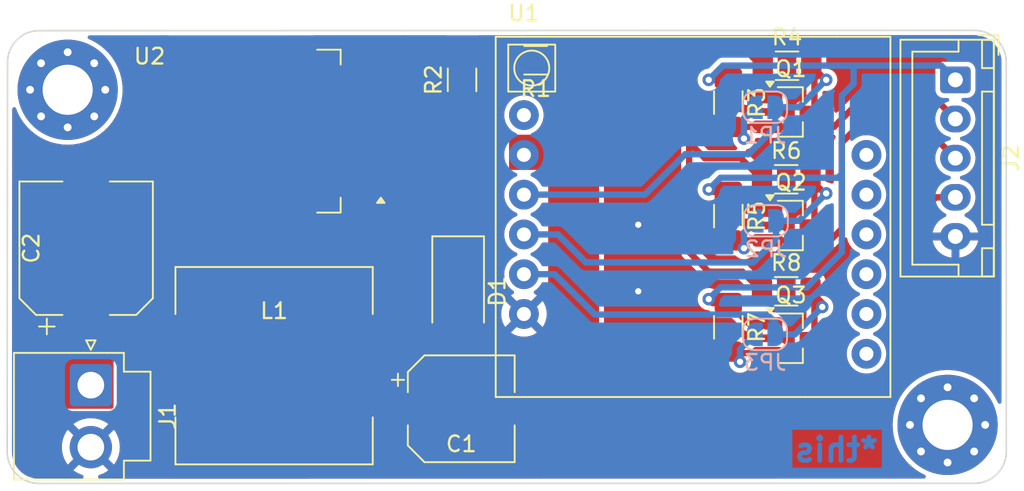
<source format=kicad_pcb>
(kicad_pcb (version 20240108) (generator "pcbnew") (generator_version "8.0")
  (layers (0 "F.Cu" signal) (31 "B.Cu" signal) (34 "B.Paste" user) (35 "F.Paste" user) (36 "B.SilkS" user "B.Silkscreen") (37 "F.SilkS" user "F.Silkscreen") (38 "B.Mask" user) (39 "F.Mask" user) (44 "Edge.Cuts" user))
  (net 0 "")
  (net 1 "GND")
  (net 2 "+4V")
  (net 3 "+12V")
  (net 4 "/RXD")
  (net 5 "+3V3")
  (net 6 "/RST")
  (net 7 "/TXD")
  (net 8 "/RST_H")
  (net 9 "/RXD_H")
  (net 10 "/TXD_H")
  (net 18 "Net-(U2-FB)")
  (net 19 "/Vo")
  (footprint "Resistor_SMD:R_1206_3216Metric_Pad1.30x1.75mm_HandSolder" (layer "F.Cu") (at 41.007 172.2314 90)
    (property "Reference" "R2" (at 0 -1.82 270) (layer "F.SilkS"))
    (property "Value" "R")
    (fp_line (start -0.727064 -0.91) (end 0.727064 -0.91) (stroke (width 0.12)) (layer "F.SilkS"))
    (fp_line (start -0.727064 0.91) (end 0.727064 0.91) (stroke (width 0.12)) (layer "F.SilkS"))
    (pad "1" smd roundrect (at -1.55 0 90) (size 1.3 1.75) (layers "F.Cu" "F.Paste" "F.Mask") (roundrect_rratio 0.192308) (net 18 "Net-(U2-FB)"))
    (pad "2" smd roundrect (at 1.55 0 90) (size 1.3 1.75) (layers "F.Cu" "F.Paste" "F.Mask") (roundrect_rratio 0.192308) (net 1 "GND"))
  )
  (footprint "Resistor_SMD:R_1206_3216Metric_Pad1.30x1.75mm_HandSolder" (layer "F.Cu") (at 58.007 188.0314 -90)
    (property "Reference" "R7" (at 0 -1.82 90) (layer "F.SilkS"))
    (property "Value" "10k")
    (fp_line (start -0.727064 0.91) (end 0.727064 0.91) (stroke (width 0.12)) (layer "F.SilkS"))
    (fp_line (start -0.727064 -0.91) (end 0.727064 -0.91) (stroke (width 0.12)) (layer "F.SilkS"))
    (pad "1" smd roundrect (at -1.55 0 270) (size 1.3 1.75) (layers "F.Cu" "F.Paste" "F.Mask") (roundrect_rratio 0.192308) (net 5 "+3V3"))
    (pad "2" smd roundrect (at 1.55 0 270) (size 1.3 1.75) (layers "F.Cu" "F.Paste" "F.Mask") (roundrect_rratio 0.192308) (net 7 "/TXD"))
  )
  (footprint "Package_TO_SOT_SMD:SOT-23_Handsoldering" (layer "F.Cu") (at 62.007 174.2814)
    (property "Reference" "Q1" (at 0 -2.75 0) (layer "F.SilkS"))
    (property "Value" "2N7002")
    (fp_line (start -0.04 -1.58) (end -0.84 -1.58) (stroke (width 0.12)) (layer "F.SilkS"))
    (fp_line (start -0.04 -1.58) (end 0.76 -1.58) (stroke (width 0.12)) (layer "F.SilkS"))
    (fp_line (start 0.76 -1.58) (end 0.76 -0.65) (stroke (width 0.12)) (layer "F.SilkS"))
    (fp_line (start 0.76 1.58) (end -0.7 1.58) (stroke (width 0.12)) (layer "F.SilkS"))
    (fp_line (start 0.76 1.58) (end 0.76 0.65) (stroke (width 0.12)) (layer "F.SilkS"))
    (fp_poly (pts (xy -1.34 -1.61) (xy -1.58 -1.94) (xy -1.1 -1.94) (xy -1.34 -1.61)) (stroke (width 0.12)) (fill solid) (layer "F.SilkS"))
    (pad "1" smd roundrect (at -1.5 -0.95) (size 1.9 0.8) (layers "F.Cu" "F.Paste" "F.Mask") (net 5 "+3V3"))
    (pad "2" smd roundrect (at -1.5 0.95) (size 1.9 0.8) (layers "F.Cu" "F.Paste" "F.Mask") (net 6 "/RST"))
    (pad "3" smd roundrect (at 1.5 0) (size 1.9 0.8) (layers "F.Cu" "F.Paste" "F.Mask") (net 8 "/RST_H"))
  )
  (footprint "Resistor_SMD:R_1206_3216Metric_Pad1.30x1.75mm_HandSolder" (layer "F.Cu") (at 61.707 178.5814)
    (property "Reference" "R6" (at 0 -1.82 0) (layer "F.SilkS"))
    (property "Value" "10k")
    (fp_line (start -0.727064 -0.91) (end 0.727064 -0.91) (stroke (width 0.12)) (layer "F.SilkS"))
    (fp_line (start -0.727064 0.91) (end 0.727064 0.91) (stroke (width 0.12)) (layer "F.SilkS"))
    (pad "1" smd roundrect (at -1.55 0) (size 1.3 1.75) (layers "F.Cu" "F.Paste" "F.Mask") (roundrect_rratio 0.192308) (net 2 "+4V"))
    (pad "2" smd roundrect (at 1.55 0) (size 1.3 1.75) (layers "F.Cu" "F.Paste" "F.Mask") (roundrect_rratio 0.192308) (net 9 "/RXD_H"))
  )
  (footprint "Resistor_SMD:R_1206_3216Metric_Pad1.30x1.75mm_HandSolder" (layer "F.Cu") (at 58.007 180.9314 -90)
    (property "Reference" "R5" (at 0 -1.82 90) (layer "F.SilkS"))
    (property "Value" "10k")
    (fp_line (start -0.727064 0.91) (end 0.727064 0.91) (stroke (width 0.12)) (layer "F.SilkS"))
    (fp_line (start -0.727064 -0.91) (end 0.727064 -0.91) (stroke (width 0.12)) (layer "F.SilkS"))
    (pad "1" smd roundrect (at -1.55 0 270) (size 1.3 1.75) (layers "F.Cu" "F.Paste" "F.Mask") (roundrect_rratio 0.192308) (net 5 "+3V3"))
    (pad "2" smd roundrect (at 1.55 0 270) (size 1.3 1.75) (layers "F.Cu" "F.Paste" "F.Mask") (roundrect_rratio 0.192308) (net 4 "/RXD"))
  )
  (footprint "MountingHole:MountingHole_3.2mm_M3_Pad_Via" (layer "F.Cu") (at 72.007 194.261761)
    (property "Reference" "REF**" (hide yes))
    (property "Value" "MountingHole_3.2mm_M3_Pad_Via" (hide yes))
    (pad "1" thru_hole circle (at -2.4 0) (size 0.8 0.8) (drill 0.5) (layers "*.Cu" "*.Mask"))
    (pad "1" thru_hole circle (at -1.697056 -1.697056) (size 0.8 0.8) (drill 0.5) (layers "*.Cu" "*.Mask"))
    (pad "1" thru_hole circle (at -1.697056 1.697056) (size 0.8 0.8) (drill 0.5) (layers "*.Cu" "*.Mask"))
    (pad "1" thru_hole circle (at 0 -2.4) (size 0.8 0.8) (drill 0.5) (layers "*.Cu" "*.Mask"))
    (pad "1" thru_hole circle (at 0 0) (size 6.4 6.4) (drill 3.2) (layers "*.Cu" "*.Mask"))
    (pad "1" thru_hole circle (at 0 2.4) (size 0.8 0.8) (drill 0.5) (layers "*.Cu" "*.Mask"))
    (pad "1" thru_hole circle (at 1.697056 -1.697056) (size 0.8 0.8) (drill 0.5) (layers "*.Cu" "*.Mask"))
    (pad "1" thru_hole circle (at 1.697056 1.697056) (size 0.8 0.8) (drill 0.5) (layers "*.Cu" "*.Mask"))
    (pad "1" thru_hole circle (at 2.4 0) (size 0.8 0.8) (drill 0.5) (layers "*.Cu" "*.Mask"))
  )
  (footprint "MountingHole:MountingHole_3.2mm_M3_Pad_Via" (layer "F.Cu") (at 15.827233 172.866074)
    (property "Reference" "REF**" (hide yes))
    (property "Value" "MountingHole_3.2mm_M3_Pad_Via" (hide yes))
    (pad "1" thru_hole circle (at -2.4 0) (size 0.8 0.8) (drill 0.5) (layers "*.Cu" "*.Mask"))
    (pad "1" thru_hole circle (at -1.697056 -1.697056) (size 0.8 0.8) (drill 0.5) (layers "*.Cu" "*.Mask"))
    (pad "1" thru_hole circle (at -1.697056 1.697056) (size 0.8 0.8) (drill 0.5) (layers "*.Cu" "*.Mask"))
    (pad "1" thru_hole circle (at 0 -2.4) (size 0.8 0.8) (drill 0.5) (layers "*.Cu" "*.Mask"))
    (pad "1" thru_hole circle (at 0 0) (size 6.4 6.4) (drill 3.2) (layers "*.Cu" "*.Mask"))
    (pad "1" thru_hole circle (at 0 2.4) (size 0.8 0.8) (drill 0.5) (layers "*.Cu" "*.Mask"))
    (pad "1" thru_hole circle (at 1.697056 -1.697056) (size 0.8 0.8) (drill 0.5) (layers "*.Cu" "*.Mask"))
    (pad "1" thru_hole circle (at 1.697056 1.697056) (size 0.8 0.8) (drill 0.5) (layers "*.Cu" "*.Mask"))
    (pad "1" thru_hole circle (at 2.4 0) (size 0.8 0.8) (drill 0.5) (layers "*.Cu" "*.Mask"))
  )
  (footprint "Resistor_SMD:R_1206_3216Metric_Pad1.30x1.75mm_HandSolder" (layer "F.Cu") (at 61.707 185.7314)
    (property "Reference" "R8" (at 0 -1.82 0) (layer "F.SilkS"))
    (property "Value" "10k")
    (fp_line (start -0.727064 -0.91) (end 0.727064 -0.91) (stroke (width 0.12)) (layer "F.SilkS"))
    (fp_line (start -0.727064 0.91) (end 0.727064 0.91) (stroke (width 0.12)) (layer "F.SilkS"))
    (pad "1" smd roundrect (at -1.55 0) (size 1.3 1.75) (layers "F.Cu" "F.Paste" "F.Mask") (roundrect_rratio 0.192308) (net 2 "+4V"))
    (pad "2" smd roundrect (at 1.55 0) (size 1.3 1.75) (layers "F.Cu" "F.Paste" "F.Mask") (roundrect_rratio 0.192308) (net 10 "/TXD_H"))
  )
  (footprint "Resistor_SMD:R_1206_3216Metric_Pad1.30x1.75mm_HandSolder" (layer "F.Cu") (at 61.757 171.3314)
    (property "Reference" "R4" (at 0 -1.82 0) (layer "F.SilkS"))
    (property "Value" "10k")
    (fp_line (start -0.727064 -0.91) (end 0.727064 -0.91) (stroke (width 0.12)) (layer "F.SilkS"))
    (fp_line (start -0.727064 0.91) (end 0.727064 0.91) (stroke (width 0.12)) (layer "F.SilkS"))
    (pad "1" smd roundrect (at -1.55 0) (size 1.3 1.75) (layers "F.Cu" "F.Paste" "F.Mask") (roundrect_rratio 0.192308) (net 2 "+4V"))
    (pad "2" smd roundrect (at 1.55 0) (size 1.3 1.75) (layers "F.Cu" "F.Paste" "F.Mask") (roundrect_rratio 0.192308) (net 8 "/RST_H"))
  )
  (footprint "Connector_JST:JST_VH_B2P-VH_1x02_P3.96mm_Vertical" (layer "F.Cu") (at 17.307 191.7239 -90)
    (property "Reference" "J1" (at 1.98 -4.9 90) (layer "F.SilkS"))
    (property "Value" "Power")
    (fp_line (start -2.06 4.91) (end -2.06 -2.11) (stroke (width 0.12)) (layer "F.SilkS"))
    (fp_line (start 6.02 4.91) (end -2.06 4.91) (stroke (width 0.12)) (layer "F.SilkS"))
    (fp_line (start -2.86 0.3) (end -2.86 -0.3) (stroke (width 0.12)) (layer "F.SilkS"))
    (fp_line (start -2.26 0) (end -2.86 0.3) (stroke (width 0.12)) (layer "F.SilkS"))
    (fp_line (start -2.86 -0.3) (end -2.26 0) (stroke (width 0.12)) (layer "F.SilkS"))
    (fp_line (start -2.06 -2.11) (end -0.86 -2.11) (stroke (width 0.12)) (layer "F.SilkS"))
    (fp_line (start -0.86 -2.11) (end -0.86 -3.81) (stroke (width 0.12)) (layer "F.SilkS"))
    (fp_line (start 4.82 -2.11) (end 6.02 -2.11) (stroke (width 0.12)) (layer "F.SilkS"))
    (fp_line (start 6.02 -2.11) (end 6.02 4.91) (stroke (width 0.12)) (layer "F.SilkS"))
    (fp_line (start -0.86 -3.81) (end 4.82 -3.81) (stroke (width 0.12)) (layer "F.SilkS"))
    (fp_line (start 4.82 -3.81) (end 4.82 -2.11) (stroke (width 0.12)) (layer "F.SilkS"))
    (pad "1" thru_hole roundrect (at 0 0 270) (size 2.7 2.7) (drill 1.7) (layers "*.Cu" "*.Mask") (roundrect_rratio 0.092593) (net 3 "+12V"))
    (pad "2" thru_hole circle (at 3.96 0 270) (size 2.7 2.7) (drill 1.7) (layers "*.Cu" "*.Mask") (net 1 "GND"))
  )
  (footprint "Package_TO_SOT_SMD:SOT-23_Handsoldering" (layer "F.Cu") (at 62.007 188.7314)
    (property "Reference" "Q3" (at 0 -2.75 0) (layer "F.SilkS"))
    (property "Value" "2N7002")
    (fp_line (start -0.04 -1.58) (end -0.84 -1.58) (stroke (width 0.12)) (layer "F.SilkS"))
    (fp_line (start -0.04 -1.58) (end 0.76 -1.58) (stroke (width 0.12)) (layer "F.SilkS"))
    (fp_line (start 0.76 -1.58) (end 0.76 -0.65) (stroke (width 0.12)) (layer "F.SilkS"))
    (fp_line (start 0.76 1.58) (end -0.7 1.58) (stroke (width 0.12)) (layer "F.SilkS"))
    (fp_line (start 0.76 1.58) (end 0.76 0.65) (stroke (width 0.12)) (layer "F.SilkS"))
    (fp_poly (pts (xy -1.34 -1.61) (xy -1.58 -1.94) (xy -1.1 -1.94) (xy -1.34 -1.61)) (stroke (width 0.12)) (fill solid) (layer "F.SilkS"))
    (pad "1" smd roundrect (at -1.5 -0.95) (size 1.9 0.8) (layers "F.Cu" "F.Paste" "F.Mask") (net 5 "+3V3"))
    (pad "2" smd roundrect (at -1.5 0.95) (size 1.9 0.8) (layers "F.Cu" "F.Paste" "F.Mask") (net 7 "/TXD"))
    (pad "3" smd roundrect (at 1.5 0) (size 1.9 0.8) (layers "F.Cu" "F.Paste" "F.Mask") (net 10 "/TXD_H"))
  )
  (footprint "Inductor_SMD:L_12x12mm_H8mm" (layer "F.Cu") (at 29.007 190.4814)
    (property "Reference" "L1" (at 0 -3.5 360) (layer "F.SilkS"))
    (property "Value" "68u")
    (fp_line (start -6.3 -6.3) (end 6.3 -6.3) (stroke (width 0.12)) (layer "F.SilkS"))
    (fp_line (start -6.3 -3.3) (end -6.3 -6.3) (stroke (width 0.12)) (layer "F.SilkS"))
    (fp_line (start -6.3 6.3) (end -6.3 3.3) (stroke (width 0.12)) (layer "F.SilkS"))
    (fp_line (start 6.3 -6.3) (end 6.3 -3.3) (stroke (width 0.12)) (layer "F.SilkS"))
    (fp_line (start 6.3 3.3) (end 6.3 6.3) (stroke (width 0.12)) (layer "F.SilkS"))
    (fp_line (start 6.3 6.3) (end -6.3 6.3) (stroke (width 0.12)) (layer "F.SilkS"))
    (pad "1" smd rect (at -4.95 0) (size 2.9 5.4) (layers "F.Cu" "F.Paste" "F.Mask") (net 19 "/Vo"))
    (pad "2" smd rect (at 4.95 0) (size 2.9 5.4) (layers "F.Cu" "F.Paste" "F.Mask") (net 2 "+4V"))
  )
  (footprint "Package_TO_SOT_SMD:TO-263-5_TabPin3" (layer "F.Cu") (at 28.432 175.5064 180)
    (property "Reference" "U2" (at 7.375 4.775 180) (layer "F.SilkS"))
    (property "Value" "LM2596S-ADJ")
    (fp_line (start -3.325 5.2) (end -4.825 5.2) (stroke (width 0.12)) (layer "F.SilkS"))
    (fp_line (start -3.325 -5.2) (end -4.825 -5.2) (stroke (width 0.12)) (layer "F.SilkS"))
    (fp_line (start -4.825 5.2) (end -4.825 4.25) (stroke (width 0.12)) (layer "F.SilkS"))
    (fp_line (start -4.825 -5.2) (end -4.825 -4.25) (stroke (width 0.12)) (layer "F.SilkS"))
    (fp_poly (pts (xy -7.3875 -4.25) (xy -7.6275 -4.58) (xy -7.1475 -4.58) (xy -7.3875 -4.25)) (stroke (width 0.12)) (fill solid) (layer "F.SilkS"))
    (pad "1" smd roundrect (at -7.65 -3.4 180) (size 4.6 1.1) (layers "F.Cu" "F.Paste" "F.Mask") (roundrect_rratio 0.227273) (net 3 "+12V"))
    (pad "2" smd roundrect (at -7.65 -1.7 180) (size 4.6 1.1) (layers "F.Cu" "F.Paste" "F.Mask") (roundrect_rratio 0.227273) (net 19 "/Vo"))
    (pad "3" smd roundrect (at -7.65 0 180) (size 4.6 1.1) (layers "F.Cu" "F.Paste" "F.Mask") (roundrect_rratio 0.227273) (net 1 "GND"))
    (pad "3" smd roundrect (at -0.925 -2.775 180) (size 4.55 5.25) (layers "F.Cu" "F.Paste") (roundrect_rratio 0.054945) (net 1 "GND"))
    (pad "3" smd roundrect (at -0.925 2.775 180) (size 4.55 5.25) (layers "F.Cu" "F.Paste") (roundrect_rratio 0.054945) (net 1 "GND"))
    (pad "3" smd roundrect (at 1.5 0 180) (size 9.4 10.8) (layers "F.Cu" "F.Mask") (roundrect_rratio 0.026596) (net 1 "GND"))
    (pad "3" smd roundrect (at 3.925 -2.775 180) (size 4.55 5.25) (layers "F.Cu" "F.Paste") (roundrect_rratio 0.054945) (net 1 "GND"))
    (pad "3" smd roundrect (at 3.925 2.775 180) (size 4.55 5.25) (layers "F.Cu" "F.Paste") (roundrect_rratio 0.054945) (net 1 "GND"))
    (pad "4" smd roundrect (at -7.65 1.7 180) (size 4.6 1.1) (layers "F.Cu" "F.Paste" "F.Mask") (roundrect_rratio 0.227273) (net 18 "Net-(U2-FB)"))
    (pad "5" smd roundrect (at -7.65 3.4 180) (size 4.6 1.1) (layers "F.Cu" "F.Paste" "F.Mask") (roundrect_rratio 0.227273) (net 1 "GND"))
  )
  (footprint "Diode_SMD:D_SMA" (layer "F.Cu") (at 40.757 185.7314 -90)
    (property "Reference" "D1" (at 0 -2.5 90) (layer "F.SilkS"))
    (property "Value" "SS34")
    (fp_line (start -3.51 1.65) (end 2 1.65) (stroke (width 0.12)) (layer "F.SilkS"))
    (fp_line (start -3.51 -1.65) (end -3.51 1.65) (stroke (width 0.12)) (layer "F.SilkS"))
    (fp_line (start -3.51 -1.65) (end 2 -1.65) (stroke (width 0.12)) (layer "F.SilkS"))
    (pad "1" smd roundrect (at -2 0 270) (size 2.5 1.8) (layers "F.Cu" "F.Paste" "F.Mask") (roundrect_rratio 0.1388888889) (net 19 "/Vo"))
    (pad "2" smd roundrect (at 2 0 270) (size 2.5 1.8) (layers "F.Cu" "F.Paste" "F.Mask") (roundrect_rratio 0.1388888889) (net 1 "GND"))
  )
  (footprint "Connector_JST:JST_XH_B5B-XH-A_1x05_P2.50mm_Vertical" (layer "F.Cu") (at 72.507 172.2314 -90)
    (property "Reference" "J2" (at 5 -3.55 90) (layer "F.SilkS"))
    (property "Value" "Serial")
    (fp_line (start -2.56 3.51) (end 12.56 3.51) (stroke (width 0.12)) (layer "F.SilkS"))
    (fp_line (start 12.56 3.51) (end 12.56 -2.46) (stroke (width 0.12)) (layer "F.SilkS"))
    (fp_line (start -1.8 2.75) (end 5 2.75) (stroke (width 0.12)) (layer "F.SilkS"))
    (fp_line (start 11.8 2.75) (end 5 2.75) (stroke (width 0.12)) (layer "F.SilkS"))
    (fp_line (start -2.55 -0.2) (end -1.8 -0.2) (stroke (width 0.12)) (layer "F.SilkS"))
    (fp_line (start -1.8 -0.2) (end -1.8 2.75) (stroke (width 0.12)) (layer "F.SilkS"))
    (fp_line (start 11.8 -0.2) (end 11.8 2.75) (stroke (width 0.12)) (layer "F.SilkS"))
    (fp_line (start 12.55 -0.2) (end 11.8 -0.2) (stroke (width 0.12)) (layer "F.SilkS"))
    (fp_line (start -2.55 -1.7) (end -0.75 -1.7) (stroke (width 0.12)) (layer "F.SilkS"))
    (fp_line (start -0.75 -1.7) (end -0.75 -2.45) (stroke (width 0.12)) (layer "F.SilkS"))
    (fp_line (start 0.75 -1.7) (end 9.25 -1.7) (stroke (width 0.12)) (layer "F.SilkS"))
    (fp_line (start 9.25 -1.7) (end 9.25 -2.45) (stroke (width 0.12)) (layer "F.SilkS"))
    (fp_line (start 10.75 -1.7) (end 12.55 -1.7) (stroke (width 0.12)) (layer "F.SilkS"))
    (fp_line (start 12.55 -1.7) (end 12.55 -2.45) (stroke (width 0.12)) (layer "F.SilkS"))
    (fp_line (start -2.55 -2.45) (end -2.55 -1.7) (stroke (width 0.12)) (layer "F.SilkS"))
    (fp_line (start -0.75 -2.45) (end -2.55 -2.45) (stroke (width 0.12)) (layer "F.SilkS"))
    (fp_line (start 0.75 -2.45) (end 0.75 -1.7) (stroke (width 0.12)) (layer "F.SilkS"))
    (fp_line (start 9.25 -2.45) (end 0.75 -2.45) (stroke (width 0.12)) (layer "F.SilkS"))
    (fp_line (start 10.75 -2.45) (end 10.75 -1.7) (stroke (width 0.12)) (layer "F.SilkS"))
    (fp_line (start 12.55 -2.45) (end 10.75 -2.45) (stroke (width 0.12)) (layer "F.SilkS"))
    (fp_line (start -2.56 -2.46) (end -2.56 3.51) (stroke (width 0.12)) (layer "F.SilkS"))
    (fp_line (start 12.56 -2.46) (end -2.56 -2.46) (stroke (width 0.12)) (layer "F.SilkS"))
    (fp_line (start -2.85 -2.75) (end -2.85 -1.5) (stroke (width 0.12)) (layer "F.SilkS"))
    (fp_line (start -1.6 -2.75) (end -2.85 -2.75) (stroke (width 0.12)) (layer "F.SilkS"))
    (pad "1" thru_hole roundrect (at 0 0 270) (size 1.7 1.95) (drill 0.95) (layers "*.Cu" "*.Mask") (roundrect_rratio 0.147059) (net 5 "+3V3"))
    (pad "2" thru_hole oval (at 2.5 0 270) (size 1.7 1.95) (drill 0.95) (layers "*.Cu" "*.Mask") (net 6 "/RST"))
    (pad "3" thru_hole oval (at 5 0 270) (size 1.7 1.95) (drill 0.95) (layers "*.Cu" "*.Mask") (net 4 "/RXD"))
    (pad "4" thru_hole oval (at 7.5 0 270) (size 1.7 1.95) (drill 0.95) (layers "*.Cu" "*.Mask") (net 7 "/TXD"))
    (pad "5" thru_hole oval (at 10 0 270) (size 1.7 1.95) (drill 0.95) (layers "*.Cu" "*.Mask") (net 1 "GND"))
  )
  (footprint "Package_TO_SOT_SMD:SOT-23_Handsoldering" (layer "F.Cu") (at 62.007 181.5314)
    (property "Reference" "Q2" (at 0 -2.75 0) (layer "F.SilkS"))
    (property "Value" "2N7002")
    (fp_line (start -0.04 -1.58) (end -0.84 -1.58) (stroke (width 0.12)) (layer "F.SilkS"))
    (fp_line (start -0.04 -1.58) (end 0.76 -1.58) (stroke (width 0.12)) (layer "F.SilkS"))
    (fp_line (start 0.76 -1.58) (end 0.76 -0.65) (stroke (width 0.12)) (layer "F.SilkS"))
    (fp_line (start 0.76 1.58) (end -0.7 1.58) (stroke (width 0.12)) (layer "F.SilkS"))
    (fp_line (start 0.76 1.58) (end 0.76 0.65) (stroke (width 0.12)) (layer "F.SilkS"))
    (fp_poly (pts (xy -1.34 -1.61) (xy -1.58 -1.94) (xy -1.1 -1.94) (xy -1.34 -1.61)) (stroke (width 0.12)) (fill solid) (layer "F.SilkS"))
    (pad "1" smd roundrect (at -1.5 -0.95) (size 1.9 0.8) (layers "F.Cu" "F.Paste" "F.Mask") (net 5 "+3V3"))
    (pad "2" smd roundrect (at -1.5 0.95) (size 1.9 0.8) (layers "F.Cu" "F.Paste" "F.Mask") (net 4 "/RXD"))
    (pad "3" smd roundrect (at 1.5 0) (size 1.9 0.8) (layers "F.Cu" "F.Paste" "F.Mask") (net 9 "/RXD_H"))
  )
  (footprint "Resistor_SMD:R_1206_3216Metric_Pad1.30x1.75mm_HandSolder" (layer "F.Cu") (at 58.007 173.6814 -90)
    (property "Reference" "R3" (at 0 -1.82 90) (layer "F.SilkS"))
    (property "Value" "10k")
    (fp_line (start -0.727064 0.91) (end 0.727064 0.91) (stroke (width 0.12)) (layer "F.SilkS"))
    (fp_line (start -0.727064 -0.91) (end 0.727064 -0.91) (stroke (width 0.12)) (layer "F.SilkS"))
    (pad "1" smd roundrect (at -1.55 0 270) (size 1.3 1.75) (layers "F.Cu" "F.Paste" "F.Mask") (roundrect_rratio 0.192308) (net 5 "+3V3"))
    (pad "2" smd roundrect (at 1.55 0 270) (size 1.3 1.75) (layers "F.Cu" "F.Paste" "F.Mask") (roundrect_rratio 0.192308) (net 6 "/RST"))
  )
  (footprint "Capacitor_SMD:CP_Elec_8x10" (layer "F.Cu") (at 17.007 182.9814 90)
    (property "Reference" "C2" (at 0 -3.5 270) (layer "F.SilkS"))
    (property "Value" "470u / 16V")
    (fp_line (start 4.26 -4.26) (end 4.26 -1.51) (stroke (width 0.12)) (layer "F.SilkS"))
    (fp_line (start -3.195563 -4.26) (end 4.26 -4.26) (stroke (width 0.12)) (layer "F.SilkS"))
    (fp_line (start -4.26 -3.195563) (end -3.195563 -4.26) (stroke (width 0.12)) (layer "F.SilkS"))
    (fp_line (start -4.26 -3.195563) (end -4.26 -1.51) (stroke (width 0.12)) (layer "F.SilkS"))
    (fp_line (start -5 -3.01) (end -5 -2.01) (stroke (width 0.12)) (layer "F.SilkS"))
    (fp_line (start -5.5 -2.51) (end -4.5 -2.51) (stroke (width 0.12)) (layer "F.SilkS"))
    (fp_line (start -4.26 3.195563) (end -4.26 1.51) (stroke (width 0.12)) (layer "F.SilkS"))
    (fp_line (start -4.26 3.195563) (end -3.195563 4.26) (stroke (width 0.12)) (layer "F.SilkS"))
    (fp_line (start 4.26 4.26) (end 4.26 1.51) (stroke (width 0.12)) (layer "F.SilkS"))
    (fp_line (start -3.195563 4.26) (end 4.26 4.26) (stroke (width 0.12)) (layer "F.SilkS"))
    (pad "1" smd roundrect (at -3.25 0 90) (size 3.5 2.5) (layers "F.Cu" "F.Paste" "F.Mask") (roundrect_rratio 0.1) (net 3 "+12V"))
    (pad "2" smd roundrect (at 3.25 0 90) (size 3.5 2.5) (layers "F.Cu" "F.Paste" "F.Mask") (roundrect_rratio 0.1) (net 1 "GND"))
  )
  (footprint "kicad-sim800l:SIM800L-CORE" (layer "F.Cu") (at 44.957 174.4814)
    (property "Reference" "U1" (at 0 -6.5 0) (layer "F.SilkS"))
    (property "Value" "SIM800L-CORE")
    (fp_line (start -1.8 10.8) (end -1.8 -5) (stroke (width 0.12)) (layer "F.SilkS"))
    (fp_line (start -1.8 10.8) (end -1.8 18) (stroke (width 0.12)) (layer "F.SilkS"))
    (fp_line (start -1.8 18) (end 0 18) (stroke (width 0.12)) (layer "F.SilkS"))
    (fp_line (start 0 -5) (end -1.8 -5) (stroke (width 0.12)) (layer "F.SilkS"))
    (fp_line (start 0 -5) (end 20 -5) (stroke (width 0.12)) (layer "F.SilkS"))
    (fp_line (start 0 18) (end 18 18) (stroke (width 0.12)) (layer "F.SilkS"))
    (fp_line (start 18 18) (end 23.4 18) (stroke (width 0.12)) (layer "F.SilkS"))
    (fp_line (start 20 -5) (end 23 -5) (stroke (width 0.12)) (layer "F.SilkS"))
    (fp_line (start 23.4 -5) (end 23 -5) (stroke (width 0.12)) (layer "F.SilkS"))
    (fp_line (start 23.4 18) (end 23.4 -5) (stroke (width 0.12)) (layer "F.SilkS"))
    (fp_rect (start -1 -4.5) (end 2 -1.5) (stroke (width 0.12)) (fill none) (layer "F.SilkS"))
    (fp_circle (center 0.5 -3) (end 1.5 -2.5) (stroke (width 0.12)) (fill none) (layer "F.SilkS"))
    (pad "1" thru_hole circle (at 0 0) (size 1.9 1.9) (drill 0.9) (layers "*.Cu" "*.Mask"))
    (pad "2" thru_hole circle (at 0 2.54) (size 1.9 1.9) (drill 0.9) (layers "*.Cu" "*.Mask") (net 2 "+4V"))
    (pad "3" thru_hole circle (at 0 5.08) (size 1.9 1.9) (drill 0.9) (layers "*.Cu" "*.Mask") (net 8 "/RST_H"))
    (pad "4" thru_hole circle (at 0 7.62) (size 1.9 1.9) (drill 0.9) (layers "*.Cu" "*.Mask") (net 9 "/RXD_H"))
    (pad "5" thru_hole circle (at 0 10.16) (size 1.9 1.9) (drill 0.9) (layers "*.Cu" "*.Mask") (net 10 "/TXD_H"))
    (pad "6" thru_hole circle (at 0 12.7) (size 1.9 1.9) (drill 0.9) (layers "*.Cu" "*.Mask") (net 1 "GND"))
    (pad "7" thru_hole circle (at 21.87 15.24) (size 1.9 1.9) (drill 0.9) (layers "*.Cu" "*.Mask"))
    (pad "8" thru_hole circle (at 21.87 12.7) (size 1.9 1.9) (drill 0.9) (layers "*.Cu" "*.Mask"))
    (pad "9" thru_hole circle (at 21.87 10.16) (size 1.9 1.9) (drill 0.9) (layers "*.Cu" "*.Mask"))
    (pad "10" thru_hole circle (at 21.87 7.62) (size 1.9 1.9) (drill 0.9) (layers "*.Cu" "*.Mask"))
    (pad "11" thru_hole circle (at 21.87 5.08) (size 1.9 1.9) (drill 0.9) (layers "*.Cu" "*.Mask"))
    (pad "12" thru_hole circle (at 21.87 2.54) (size 1.9 1.9) (drill 0.9) (layers "*.Cu" "*.Mask"))
  )
  (footprint "Capacitor_SMD:CP_Elec_6.3x7.7" (layer "F.Cu") (at 40.957 193.2314)
    (property "Reference" "C1" (at 0 2.25 360) (layer "F.SilkS"))
    (property "Value" "220u / 16V")
    (fp_line (start -4.4375 -1.8475) (end -3.65 -1.8475) (stroke (width 0.12)) (layer "F.SilkS"))
    (fp_line (start -4.04375 -2.24125) (end -4.04375 -1.45375) (stroke (width 0.12)) (layer "F.SilkS"))
    (fp_line (start -3.41 -2.345563) (end -3.41 -1.06) (stroke (width 0.12)) (layer "F.SilkS"))
    (fp_line (start -3.41 -2.345563) (end -2.345563 -3.41) (stroke (width 0.12)) (layer "F.SilkS"))
    (fp_line (start -3.41 2.345563) (end -3.41 1.06) (stroke (width 0.12)) (layer "F.SilkS"))
    (fp_line (start -3.41 2.345563) (end -2.345563 3.41) (stroke (width 0.12)) (layer "F.SilkS"))
    (fp_line (start -2.345563 -3.41) (end 3.41 -3.41) (stroke (width 0.12)) (layer "F.SilkS"))
    (fp_line (start -2.345563 3.41) (end 3.41 3.41) (stroke (width 0.12)) (layer "F.SilkS"))
    (fp_line (start 3.41 -3.41) (end 3.41 -1.06) (stroke (width 0.12)) (layer "F.SilkS"))
    (fp_line (start 3.41 3.41) (end 3.41 1.06) (stroke (width 0.12)) (layer "F.SilkS"))
    (pad "1" smd roundrect (at -2.7 0) (size 3.5 1.6) (layers "F.Cu" "F.Paste" "F.Mask") (roundrect_rratio 0.15625) (net 2 "+4V"))
    (pad "2" smd roundrect (at 2.7 0) (size 3.5 1.6) (layers "F.Cu" "F.Paste" "F.Mask") (roundrect_rratio 0.15625) (net 1 "GND"))
  )
  (footprint "Resistor_SMD:R_1206_3216Metric_Pad1.30x1.75mm_HandSolder" (layer "F.Cu") (at 45.707 170.9814 180)
    (property "Reference" "R1" (at 0 -1.82 180) (layer "F.SilkS"))
    (property "Value" "R")
    (fp_line (start -0.727064 0.91) (end 0.727064 0.91) (stroke (width 0.12)) (layer "F.SilkS"))
    (fp_line (start -0.727064 -0.91) (end 0.727064 -0.91) (stroke (width 0.12)) (layer "F.SilkS"))
    (pad "1" smd roundrect (at -1.55 0 180) (size 1.3 1.75) (layers "F.Cu" "F.Paste" "F.Mask") (roundrect_rratio 0.192308) (net 2 "+4V"))
    (pad "2" smd roundrect (at 1.55 0 180) (size 1.3 1.75) (layers "F.Cu" "F.Paste" "F.Mask") (roundrect_rratio 0.192308) (net 18 "Net-(U2-FB)"))
  )
  (footprint "Jumper:SolderJumper-2_P1.3mm_Open_RoundedPad1.0x1.5mm" (layer "B.Cu") (at 60.407 181.2314)
    (property "Reference" "JP2" (at 0 1.8 360) (layer "B.SilkS") (effects (justify mirror)))
    (property "Value" "SolderJumper_2_Open" (hide yes))
    (fp_line (start -1.4 0.3) (end -1.4 -0.3) (stroke (width 0.12)) (layer "B.SilkS"))
    (fp_line (start -0.7 -1) (end 0.7 -1) (stroke (width 0.12)) (layer "B.SilkS"))
    (fp_line (start 0.7 1) (end -0.7 1) (stroke (width 0.12)) (layer "B.SilkS"))
    (fp_line (start 1.4 -0.3) (end 1.4 0.3) (stroke (width 0.12)) (layer "B.SilkS"))
    (fp_arc (start -1.4 -0.3) (mid -1.194975 -0.794975) (end -0.7 -1) (stroke (width 0.12)) (layer "B.SilkS"))
    (fp_arc (start -0.7 1) (mid -1.194975 0.794975) (end -1.4 0.3) (stroke (width 0.12)) (layer "B.SilkS"))
    (fp_arc (start 0.7 -1) (mid 1.194975 -0.794975) (end 1.4 -0.3) (stroke (width 0.12)) (layer "B.SilkS"))
    (fp_arc (start 1.4 0.3) (mid 1.194975 0.794975) (end 0.7 1) (stroke (width 0.12)) (layer "B.SilkS"))
    (pad "1" smd custom (at -0.65 0) (size 1 0.5) (layers "B.Cu" "B.Mask") (net 4 "/RXD") (options (clearance outline) (anchor rect)) (primitives (gr_circle (center 0 -0.25) (end 0.5 -0.25) (width 0) (fill yes)) (gr_circle (center 0 0.25) (end 0.5 0.25) (width 0) (fill yes)) (gr_poly (pts (xy 0.5 -0.75) (xy 0 -0.75) (xy 0 0.75) (xy 0.5 0.75)) (width 0) (fill yes))))
    (pad "2" smd custom (at 0.65 0) (size 1 0.5) (layers "B.Cu" "B.Mask") (net 9 "/RXD_H") (options (clearance outline) (anchor rect)) (primitives (gr_circle (center 0 -0.25) (end 0.5 -0.25) (width 0) (fill yes)) (gr_circle (center 0 0.25) (end 0.5 0.25) (width 0) (fill yes)) (gr_poly (pts (xy 0 -0.75) (xy -0.5 -0.75) (xy -0.5 0.75) (xy 0 0.75)) (width 0) (fill yes))))
  )
  (footprint "Jumper:SolderJumper-2_P1.3mm_Open_RoundedPad1.0x1.5mm" (layer "B.Cu") (at 60.357 173.9814)
    (property "Reference" "JP1" (at 0 1.8 360) (layer "B.SilkS") (effects (justify mirror)))
    (property "Value" "SolderJumper_2_Open" (hide yes))
    (fp_line (start -1.4 0.3) (end -1.4 -0.3) (stroke (width 0.12)) (layer "B.SilkS"))
    (fp_line (start -0.7 -1) (end 0.7 -1) (stroke (width 0.12)) (layer "B.SilkS"))
    (fp_line (start 0.7 1) (end -0.7 1) (stroke (width 0.12)) (layer "B.SilkS"))
    (fp_line (start 1.4 -0.3) (end 1.4 0.3) (stroke (width 0.12)) (layer "B.SilkS"))
    (fp_arc (start -1.4 -0.3) (mid -1.194975 -0.794975) (end -0.7 -1) (stroke (width 0.12)) (layer "B.SilkS"))
    (fp_arc (start -0.7 1) (mid -1.194975 0.794975) (end -1.4 0.3) (stroke (width 0.12)) (layer "B.SilkS"))
    (fp_arc (start 0.7 -1) (mid 1.194975 -0.794975) (end 1.4 -0.3) (stroke (width 0.12)) (layer "B.SilkS"))
    (fp_arc (start 1.4 0.3) (mid 1.194975 0.794975) (end 0.7 1) (stroke (width 0.12)) (layer "B.SilkS"))
    (pad "1" smd custom (at -0.65 0) (size 1 0.5) (layers "B.Cu" "B.Mask") (net 6 "/RST") (options (clearance outline) (anchor rect)) (primitives (gr_circle (center 0 -0.25) (end 0.5 -0.25) (width 0) (fill yes)) (gr_circle (center 0 0.25) (end 0.5 0.25) (width 0) (fill yes)) (gr_poly (pts (xy 0.5 -0.75) (xy 0 -0.75) (xy 0 0.75) (xy 0.5 0.75)) (width 0) (fill yes))))
    (pad "2" smd custom (at 0.65 0) (size 1 0.5) (layers "B.Cu" "B.Mask") (net 8 "/RST_H") (options (clearance outline) (anchor rect)) (primitives (gr_circle (center 0 -0.25) (end 0.5 -0.25) (width 0) (fill yes)) (gr_circle (center 0 0.25) (end 0.5 0.25) (width 0) (fill yes)) (gr_poly (pts (xy 0 -0.75) (xy -0.5 -0.75) (xy -0.5 0.75) (xy 0 0.75)) (width 0) (fill yes))))
  )
  (footprint "Jumper:SolderJumper-2_P1.3mm_Open_RoundedPad1.0x1.5mm" (layer "B.Cu") (at 60.357 188.4814)
    (property "Reference" "JP3" (at 0 1.8 360) (layer "B.SilkS") (effects (justify mirror)))
    (property "Value" "SolderJumper_2_Open" (hide yes))
    (fp_line (start -1.4 0.3) (end -1.4 -0.3) (stroke (width 0.12)) (layer "B.SilkS"))
    (fp_line (start -0.7 -1) (end 0.7 -1) (stroke (width 0.12)) (layer "B.SilkS"))
    (fp_line (start 0.7 1) (end -0.7 1) (stroke (width 0.12)) (layer "B.SilkS"))
    (fp_line (start 1.4 -0.3) (end 1.4 0.3) (stroke (width 0.12)) (layer "B.SilkS"))
    (fp_arc (start -1.4 -0.3) (mid -1.194975 -0.794975) (end -0.7 -1) (stroke (width 0.12)) (layer "B.SilkS"))
    (fp_arc (start -0.7 1) (mid -1.194975 0.794975) (end -1.4 0.3) (stroke (width 0.12)) (layer "B.SilkS"))
    (fp_arc (start 0.7 -1) (mid 1.194975 -0.794975) (end 1.4 -0.3) (stroke (width 0.12)) (layer "B.SilkS"))
    (fp_arc (start 1.4 0.3) (mid 1.194975 0.794975) (end 0.7 1) (stroke (width 0.12)) (layer "B.SilkS"))
    (pad "1" smd custom (at -0.65 0) (size 1 0.5) (layers "B.Cu" "B.Mask") (net 7 "/TXD") (options (clearance outline) (anchor rect)) (primitives (gr_circle (center 0 -0.25) (end 0.5 -0.25) (width 0) (fill yes)) (gr_circle (center 0 0.25) (end 0.5 0.25) (width 0) (fill yes)) (gr_poly (pts (xy 0.5 -0.75) (xy 0 -0.75) (xy 0 0.75) (xy 0.5 0.75)) (width 0) (fill yes))))
    (pad "2" smd custom (at 0.65 0) (size 1 0.5) (layers "B.Cu" "B.Mask") (net 10 "/TXD_H") (options (clearance outline) (anchor rect)) (primitives (gr_circle (center 0 -0.25) (end 0.5 -0.25) (width 0) (fill yes)) (gr_circle (center 0 0.25) (end 0.5 0.25) (width 0) (fill yes)) (gr_poly (pts (xy 0 -0.75) (xy -0.5 -0.75) (xy -0.5 0.75) (xy 0 0.75)) (width 0) (fill yes))))
  )
  (gr_line (start 75.758079 195.960859) (end 75.75592 171.1047) (stroke (width 0.1)) (layer "Edge.Cuts"))
  (gr_line (start 73.726079 197.992859) (end 13.997933 198.001397) (stroke (width 0.1)) (layer "Edge.Cuts"))
  (gr_line (start 11.987362 171.121063) (end 11.965933 195.969397) (stroke (width 0.1)) (layer "Edge.Cuts"))
  (gr_line (start 73.72392 169.0727) (end 14.019362 169.089063) (stroke (width 0.1)) (layer "Edge.Cuts"))
  (gr_arc (start 73.72392 169.0727) (mid 75.160748 169.667866) (end 75.75592 171.1047) (stroke (width 0.1)) (layer "Edge.Cuts"))
  (gr_arc (start 11.987362 171.121063) (mid 12.582521 169.684223) (end 14.019362 169.089063) (stroke (width 0.1)) (layer "Edge.Cuts"))
  (gr_arc (start 13.997933 198.001397) (mid 12.561092 197.406238) (end 11.965933 195.969397) (stroke (width 0.1)) (layer "Edge.Cuts"))
  (gr_arc (start 75.758079 195.960859) (mid 75.162933 197.397719) (end 73.726079 197.992859) (stroke (width 0.1)) (layer "Edge.Cuts"))
  (gr_text "*this" (at 67.757 196.7314 0) (layer "B.Cu") (effects (font (size 1.5 1.5) (thickness 0.3) (bold yes)) (justify left bottom mirror)))
  (via (at 52.257 185.7314) (size 0.8) (drill 0.4) (layers "F.Cu" "B.Cu") (net 1))
  (via (at 52.257 181.4814) (size 0.8) (drill 0.4) (layers "F.Cu" "B.Cu") (net 1))
  (segment (start 56.507 177.2314) (end 55.507 176.2314) (width 0.4064) (layer "F.Cu") (net 2))
  (segment (start 55.507 170.4814) (end 47.757 170.4814) (width 0.4064) (layer "F.Cu") (net 2))
  (segment (start 47.757 170.4814) (end 47.257 170.9814) (width 0.4064) (layer "F.Cu") (net 2))
  (segment (start 59.749 170.9734) (end 59.257 170.4814) (width 0.4064) (layer "F.Cu") (net 2))
  (segment (start 58.907 184.4814) (end 56.757 184.4814) (width 0.4064) (layer "F.Cu") (net 2))
  (segment (start 47.257 176.2314) (end 46.467 177.0214) (width 0.4064) (layer "F.Cu") (net 2))
  (segment (start 60.157 185.7314) (end 58.907 184.4814) (width 0.4064) (layer "F.Cu") (net 2))
  (segment (start 59.849 170.9734) (end 59.749 170.9734) (width 0.4064) (layer "F.Cu") (net 2))
  (segment (start 55.507 183.2314) (end 55.507 176.2314) (width 0.4064) (layer "F.Cu") (net 2))
  (segment (start 47.257 170.9814) (end 47.257 176.2314) (width 0.4064) (layer "F.Cu") (net 2))
  (segment (start 55.507 176.2314) (end 55.507 170.4814) (width 0.4064) (layer "F.Cu") (net 2))
  (segment (start 58.807 177.2314) (end 56.507 177.2314) (width 0.4064) (layer "F.Cu") (net 2))
  (segment (start 46.467 177.0214) (end 44.957 177.0214) (width 0.4064) (layer "F.Cu") (net 2))
  (segment (start 59.257 170.4814) (end 55.507 170.4814) (width 0.4064) (layer "F.Cu") (net 2))
  (segment (start 56.757 184.4814) (end 55.507 183.2314) (width 0.4064) (layer "F.Cu") (net 2))
  (segment (start 60.207 171.3314) (end 59.849 170.9734) (width 0.4064) (layer "F.Cu") (net 2))
  (segment (start 44.957 177.3514) (end 44.957 177.0214) (width 0.6096) (layer "F.Cu") (net 2))
  (segment (start 60.157 178.5814) (end 58.807 177.2314) (width 0.4064) (layer "F.Cu") (net 2))
  (segment (start 58.507 182.4814) (end 59.007 182.9814) (width 0.4064) (layer "F.Cu") (net 4))
  (segment (start 65.257 176.2314) (end 65.925 175.5634) (width 0.4064) (layer "F.Cu") (net 4))
  (segment (start 65.925 175.5634) (end 70.839 175.5634) (width 0.4064) (layer "F.Cu") (net 4))
  (segment (start 70.839 175.5634) (end 72.507 177.2314) (width 0.4064) (layer "F.Cu") (net 4))
  (segment (start 60.507 182.4814) (end 64.513806 182.4814) (width 0.4064) (layer "F.Cu") (net 4))
  (segment (start 65.257 181.738206) (end 65.257 176.2314) (width 0.4064) (layer "F.Cu") (net 4))
  (segment (start 60.507 182.4814) (end 58.007 182.4814) (width 0.4064) (layer "F.Cu") (net 4))
  (segment (start 58.007 182.4814) (end 58.507 182.4814) (width 0.4064) (layer "F.Cu") (net 4))
  (segment (start 64.513806 182.4814) (end 65.257 181.738206) (width 0.4064) (layer "F.Cu") (net 4))
  (via (at 59.007 182.9814) (size 0.8) (drill 0.4) (layers "F.Cu" "B.Cu") (net 4))
  (segment (start 59.007 181.9814) (end 59.757 181.2314) (width 0.4064) (layer "B.Cu") (net 4))
  (segment (start 59.007 182.9814) (end 59.007 181.9814) (width 0.4064) (layer "B.Cu") (net 4))
  (segment (start 57.907 172.2314) (end 58.007 172.1314) (width 0.4064) (layer "F.Cu") (net 5))
  (segment (start 60.507 173.3314) (end 59.207 173.3314) (width 0.4064) (layer "F.Cu") (net 5))
  (segment (start 60.507 180.5814) (end 59.207 180.5814) (width 0.4064) (layer "F.Cu") (net 5))
  (segment (start 58.007 186.4814) (end 57.007 186.4814) (width 0.4064) (layer "F.Cu") (net 5))
  (segment (start 59.207 173.3314) (end 58.007 172.1314) (width 0.4064) (layer "F.Cu") (net 5))
  (segment (start 60.507 187.7814) (end 59.307 187.7814) (width 0.4064) (layer "F.Cu") (net 5))
  (segment (start 59.207 180.5814) (end 58.007 179.3814) (width 0.4064) (layer "F.Cu") (net 5))
  (segment (start 58.007 179.3814) (end 56.907 179.3814) (width 0.4064) (layer "F.Cu") (net 5))
  (segment (start 56.907 179.3814) (end 56.757 179.2314) (width 0.4064) (layer "F.Cu") (net 5))
  (segment (start 59.307 187.7814) (end 58.007 186.4814) (width 0.4064) (layer "F.Cu") (net 5))
  (segment (start 56.757 172.2314) (end 57.907 172.2314) (width 0.4064) (layer "F.Cu") (net 5))
  (segment (start 57.007 186.4814) (end 56.757 186.2314) (width 0.4064) (layer "F.Cu") (net 5))
  (via (at 56.757 186.2314) (size 0.8) (drill 0.4) (layers "F.Cu" "B.Cu") (net 5))
  (via (at 56.757 179.2314) (size 0.8) (drill 0.4) (layers "F.Cu" "B.Cu") (net 5))
  (via (at 56.757 172.2314) (size 0.8) (drill 0.4) (layers "F.Cu" "B.Cu") (net 5))
  (segment (start 66.007 171.3234) (end 66.007 172.4814) (width 0.4064) (layer "B.Cu") (net 5))
  (segment (start 66.007 172.4814) (end 65.257 173.2314) (width 0.4064) (layer "B.Cu") (net 5))
  (segment (start 72.507 172.2314) (end 71.599 171.3234) (width 0.4064) (layer "B.Cu") (net 5))
  (segment (start 66.007 171.3234) (end 57.665 171.3234) (width 0.4064) (layer "B.Cu") (net 5))
  (segment (start 63.007 185.4814) (end 57.507 185.4814) (width 0.4064) (layer "B.Cu") (net 5))
  (segment (start 71.599 171.3234) (end 66.007 171.3234) (width 0.4064) (layer "B.Cu") (net 5))
  (segment (start 57.507 178.4814) (end 65.007 178.4814) (width 0.4064) (layer "B.Cu") (net 5))
  (segment (start 56.757 179.2314) (end 57.507 178.4814) (width 0.4064) (layer "B.Cu") (net 5))
  (segment (start 65.257 183.2314) (end 63.007 185.4814) (width 0.4064) (layer "B.Cu") (net 5))
  (segment (start 65.257 173.2314) (end 65.257 178.2314) (width 0.4064) (layer "B.Cu") (net 5))
  (segment (start 65.257 178.2314) (end 65.257 183.2314) (width 0.4064) (layer "B.Cu") (net 5))
  (segment (start 57.665 171.3234) (end 56.757 172.2314) (width 0.4064) (layer "B.Cu") (net 5))
  (segment (start 65.007 178.4814) (end 65.257 178.2314) (width 0.4064) (layer "B.Cu") (net 5))
  (segment (start 57.507 185.4814) (end 56.757 186.2314) (width 0.4064) (layer "B.Cu") (net 5))
  (segment (start 64.757 175.2314) (end 60.507 175.2314) (width 0.4064) (layer "F.Cu") (net 6))
  (segment (start 71.507 173.7314) (end 66.257 173.7314) (width 0.4064) (layer "F.Cu") (net 6))
  (segment (start 58.007 175.2314) (end 60.507 175.2314) (width 0.4064) (layer "F.Cu") (net 6))
  (segment (start 72.507 174.7314) (end 71.507 173.7314) (width 0.4064) (layer "F.Cu") (net 6))
  (segment (start 66.257 173.7314) (end 64.757 175.2314) (width 0.4064) (layer "F.Cu") (net 6))
  (segment (start 58.007 175.2314) (end 58.257 175.2314) (width 0.4064) (layer "F.Cu") (net 6))
  (segment (start 58.257 175.2314) (end 59.007 175.9814) (width 0.4064) (layer "F.Cu") (net 6))
  (via (at 59.007 175.9814) (size 0.8) (drill 0.4) (layers "F.Cu" "B.Cu") (net 6))
  (segment (start 59.007 175.9814) (end 59.007 174.6814) (width 0.4064) (layer "B.Cu") (net 6))
  (segment (start 59.007 174.6814) (end 59.707 173.9814) (width 0.4064) (layer "B.Cu") (net 6))
  (segment (start 60.507 189.6814) (end 62.005 191.1794) (width 0.4064) (layer "F.Cu") (net 7))
  (segment (start 69.757 181.2314) (end 71.257 179.7314) (width 0.4064) (layer "F.Cu") (net 7))
  (segment (start 71.257 179.7314) (end 72.507 179.7314) (width 0.4064) (layer "F.Cu") (net 7))
  (segment (start 69.757 188.853324) (end 69.757 181.2314) (width 0.4064) (layer "F.Cu") (net 7))
  (segment (start 62.005 191.1794) (end 67.430924 191.1794) (width 0.4064) (layer "F.Cu") (net 7))
  (segment (start 58.107 189.6814) (end 58.007 189.5814) (width 0.4064) (layer "F.Cu") (net 7))
  (segment (start 58.007 189.5814) (end 58.107 189.5814) (width 0.4064) (layer "F.Cu") (net 7))
  (segment (start 58.107 189.5814) (end 58.757 190.2314) (width 0.4064) (layer "F.Cu") (net 7))
  (segment (start 67.430924 191.1794) (end 69.757 188.853324) (width 0.4064) (layer "F.Cu") (net 7))
  (segment (start 60.507 189.6814) (end 58.107 189.6814) (width 0.4064) (layer "F.Cu") (net 7))
  (via (at 58.757 190.2314) (size 0.8) (drill 0.4) (layers "F.Cu" "B.Cu") (net 7))
  (segment (start 58.757 190.2314) (end 58.757 189.4314) (width 0.4064) (layer "B.Cu") (net 7))
  (segment (start 58.757 189.4314) (end 59.707 188.4814) (width 0.4064) (layer "B.Cu") (net 7))
  (segment (start 63.507 171.5314) (end 63.307 171.3314) (width 0.4064) (layer "F.Cu") (net 8))
  (segment (start 64.257 172.2314) (end 64.207 172.2314) (width 0.4064) (layer "F.Cu") (net 8))
  (segment (start 63.507 174.2814) (end 63.507 171.5314) (width 0.4064) (layer "F.Cu") (net 8))
  (segment (start 64.207 172.2314) (end 63.307 171.3314) (width 0.4064) (layer "F.Cu") (net 8))
  (via (at 64.257 172.2314) (size 0.8) (drill 0.4) (layers "F.Cu" "B.Cu") (net 8))
  (segment (start 61.007 173.9814) (end 62.507 173.9814) (width 0.4064) (layer "B.Cu") (net 8))
  (segment (start 44.957 179.5614) (end 52.677 179.5614) (width 0.4064) (layer "B.Cu") (net 8))
  (segment (start 52.677 179.5614) (end 55.257 176.9814) (width 0.4064) (layer "B.Cu") (net 8))
  (segment (start 59.291106 176.9814) (end 61.007 175.265506) (width 0.4064) (layer "B.Cu") (net 8))
  (segment (start 62.507 173.9814) (end 64.257 172.2314) (width 0.4064) (layer "B.Cu") (net 8))
  (segment (start 55.257 176.9814) (end 59.291106 176.9814) (width 0.4064) (layer "B.Cu") (net 8))
  (segment (start 61.007 175.265506) (end 61.007 173.9814) (width 0.4064) (layer "B.Cu") (net 8))
  (segment (start 64.257 179.4814) (end 64.157 179.4814) (width 0.4064) (layer "F.Cu") (net 9))
  (segment (start 64.157 179.4814) (end 63.257 178.5814) (width 0.4064) (layer "F.Cu") (net 9))
  (segment (start 63.507 178.8314) (end 63.257 178.5814) (width 0.4064) (layer "F.Cu") (net 9))
  (segment (start 63.507 181.5314) (end 63.507 178.8314) (width 0.4064) (layer "F.Cu") (net 9))
  (via (at 64.257 179.4814) (size 0.8) (drill 0.4) (layers "F.Cu" "B.Cu") (net 9))
  (segment (start 44.957 182.1014) (end 47.127 182.1014) (width 0.4064) (layer "B.Cu") (net 9))
  (segment (start 62.507 181.2314) (end 64.257 179.4814) (width 0.4064) (layer "B.Cu") (net 9))
  (segment (start 47.127 182.1014) (end 48.915 183.8894) (width 0.4064) (layer "B.Cu") (net 9))
  (segment (start 61.057 181.2314) (end 62.507 181.2314) (width 0.4064) (layer "B.Cu") (net 9))
  (segment (start 61.057 182.4314) (end 61.057 181.2314) (width 0.4064) (layer "B.Cu") (net 9))
  (segment (start 48.915 183.8894) (end 59.599 183.8894) (width 0.4064) (layer "B.Cu") (net 9))
  (segment (start 59.599 183.8894) (end 61.057 182.4314) (width 0.4064) (layer "B.Cu") (net 9))
  (segment (start 63.507 185.9814) (end 63.257 185.7314) (width 0.4064) (layer "F.Cu") (net 10))
  (segment (start 64.007 186.4814) (end 63.257 185.7314) (width 0.4064) (layer "F.Cu") (net 10))
  (segment (start 63.507 188.7314) (end 63.507 185.9814) (width 0.4064) (layer "F.Cu") (net 10))
  (segment (start 64.007 186.7314) (end 64.007 186.4814) (width 0.4064) (layer "F.Cu") (net 10))
  (via (at 64.007 186.7314) (size 0.8) (drill 0.4) (layers "F.Cu" "B.Cu") (net 10))
  (segment (start 62.257 188.4814) (end 64.007 186.7314) (width 0.4064) (layer "B.Cu") (net 10))
  (segment (start 60.494 187.2184) (end 61.007 187.7314) (width 0.4064) (layer "B.Cu") (net 10))
  (segment (start 61.007 188.4814) (end 62.257 188.4814) (width 0.4064) (layer "B.Cu") (net 10))
  (segment (start 44.957 184.6414) (end 46.917 184.6414) (width 0.4064) (layer "B.Cu") (net 10))
  (segment (start 49.494 187.2184) (end 60.494 187.2184) (width 0.4064) (layer "B.Cu") (net 10))
  (segment (start 61.007 187.7314) (end 61.007 188.4814) (width 0.4064) (layer "B.Cu") (net 10))
  (segment (start 46.917 184.6414) (end 49.494 187.2184) (width 0.4064) (layer "B.Cu") (net 10))
  (segment (start 44.157 170.9814) (end 44.157 171.1814) (width 1.016) (layer "F.Cu") (net 18))
  (segment (start 36.082 173.8064) (end 41.532 173.8064) (width 1.016) (layer "F.Cu") (net 18))
  (segment (start 44.157 171.1814) (end 41.757 173.5814) (width 1.016) (layer "F.Cu") (net 18))
  (segment (start 41.532 173.8064) (end 41.757 173.5814) (width 1.016) (layer "F.Cu") (net 18))
  (zone (net 2) (net_name "+4V") (layer "F.Cu") (priority 1) (connect_pads yes (clearance 0)) (min_thickness 0.25) (fill yes (thermal_gap 0.5) (thermal_bridge_width 0.5))
    (polygon (pts (xy 32.257 187.2314) (xy 32.257 194.4814) (xy 40.257 194.4814) (xy 40.257 192.9814) (xy 41.257 191.7314) (xy 49.757 191.7314) (xy 49.757 176.7314) (xy 48.757 175.7314) (xy 44.007 175.7314) (xy 44.007 177.9814) (xy 46.507 177.9814) (xy 46.507 189.4814) (xy 37.757 189.4814) (xy 36.007 187.2314)))
  )
  (zone (net 3) (net_name "+12V") (layer "F.Cu") (priority 3) (connect_pads yes (clearance 0)) (min_thickness 0.25) (fill yes (thermal_gap 0.5) (thermal_bridge_width 0.5))
    (polygon (pts (xy 15.507 193.2314) (xy 15.507 183.9814) (xy 17.757 183.9814) (xy 20.257 181.4814) (xy 33.257 181.4814) (xy 33.757 180.9814) (xy 33.757 178.4814) (xy 38.507 178.4814) (xy 38.507 180.9814) (xy 36.507 182.9814) (xy 21.507 182.9814) (xy 18.757 185.7314) (xy 18.757 193.2314) (xy 15.757 193.2314)))
  )
  (zone (net 19) (net_name "/Vo") (layer "F.Cu") (priority 2) (connect_pads yes (clearance 0)) (min_thickness 0.25) (fill yes (thermal_gap 0.5) (thermal_bridge_width 0.5))
    (polygon (pts (xy 21.757 193.4814) (xy 21.757 183.4814) (xy 37.007 183.4814) (xy 39.257 181.4814) (xy 39.234021 177.81322) (xy 33.797437 177.772564) (xy 33.803063 176.599706) (xy 39.713112 176.599706) (xy 42.506419 179.540029) (xy 42.535822 185.332466) (xy 26.257 185.2314) (xy 26.257 193.4814)))
  )
  (zone (net 1) (net_name "GND") (layers "F&B.Cu") (connect_pads (clearance 0)) (min_thickness 0.25) (fill yes (thermal_gap 0.5) (thermal_bridge_width 0.5))
    (polygon (pts (xy 11.507 168.7314) (xy 11.507 198.2314) (xy 76.007 198.4814) (xy 76.007 168.4814)))
  )
)
</source>
